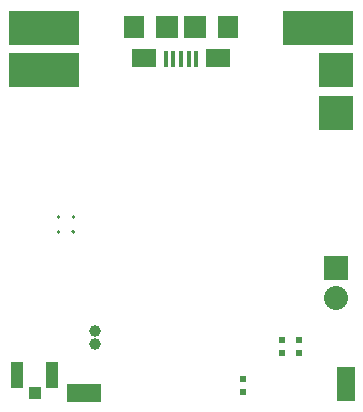
<source format=gbs>
G04 #@! TF.FileFunction,Soldermask,Bot*
%FSLAX46Y46*%
G04 Gerber Fmt 4.6, Leading zero omitted, Abs format (unit mm)*
G04 Created by KiCad (PCBNEW 4.0.2+dfsg1-stable) date Di 23 Mai 2017 03:16:38 CEST*
%MOMM*%
G01*
G04 APERTURE LIST*
%ADD10C,0.100000*%
%ADD11C,0.200000*%
%ADD12R,0.400000X1.350000*%
%ADD13R,2.100000X1.600000*%
%ADD14R,1.900000X1.900000*%
%ADD15R,1.800000X1.900000*%
%ADD16R,6.000000X3.000000*%
%ADD17R,0.500000X0.600000*%
%ADD18R,3.000000X3.000000*%
%ADD19R,2.032000X2.032000*%
%ADD20O,2.032000X2.032000*%
%ADD21R,1.050000X2.200000*%
%ADD22R,1.000000X1.050000*%
%ADD23R,1.500000X3.000000*%
%ADD24R,3.000000X1.500000*%
%ADD25C,1.000000*%
G04 APERTURE END LIST*
D10*
D11*
X52975000Y-109975000D02*
G75*
G03X52975000Y-109975000I-100000J0D01*
G01*
X51725000Y-109975000D02*
G75*
G03X51725000Y-109975000I-100000J0D01*
G01*
X51725000Y-108725000D02*
G75*
G03X51725000Y-108725000I-100000J0D01*
G01*
X52975000Y-108725000D02*
G75*
G03X52975000Y-108725000I-100000J0D01*
G01*
D12*
X60700000Y-95350000D03*
X61350000Y-95350000D03*
X62000000Y-95350000D03*
X62650000Y-95350000D03*
X63300000Y-95350000D03*
D13*
X65100000Y-95225000D03*
X58900000Y-95225000D03*
D14*
X60800000Y-92675000D03*
X63200000Y-92675000D03*
D15*
X58000000Y-92675000D03*
X66000000Y-92675000D03*
D16*
X50400000Y-96300000D03*
X73600000Y-92700000D03*
D17*
X67250000Y-123550000D03*
X67250000Y-122450000D03*
X70550000Y-120250000D03*
X70550000Y-119150000D03*
X71950000Y-120250000D03*
X71950000Y-119150000D03*
D16*
X50400000Y-92700000D03*
D18*
X75100000Y-99900000D03*
D19*
X75100000Y-113060000D03*
D20*
X75100000Y-115600000D03*
D21*
X48125000Y-122075000D03*
X51075000Y-122075000D03*
D22*
X49600000Y-123600000D03*
D18*
X75100000Y-96300000D03*
D23*
X75950000Y-122900000D03*
D24*
X53800000Y-123650000D03*
D25*
X54750000Y-118350000D03*
X54750000Y-119500000D03*
M02*

</source>
